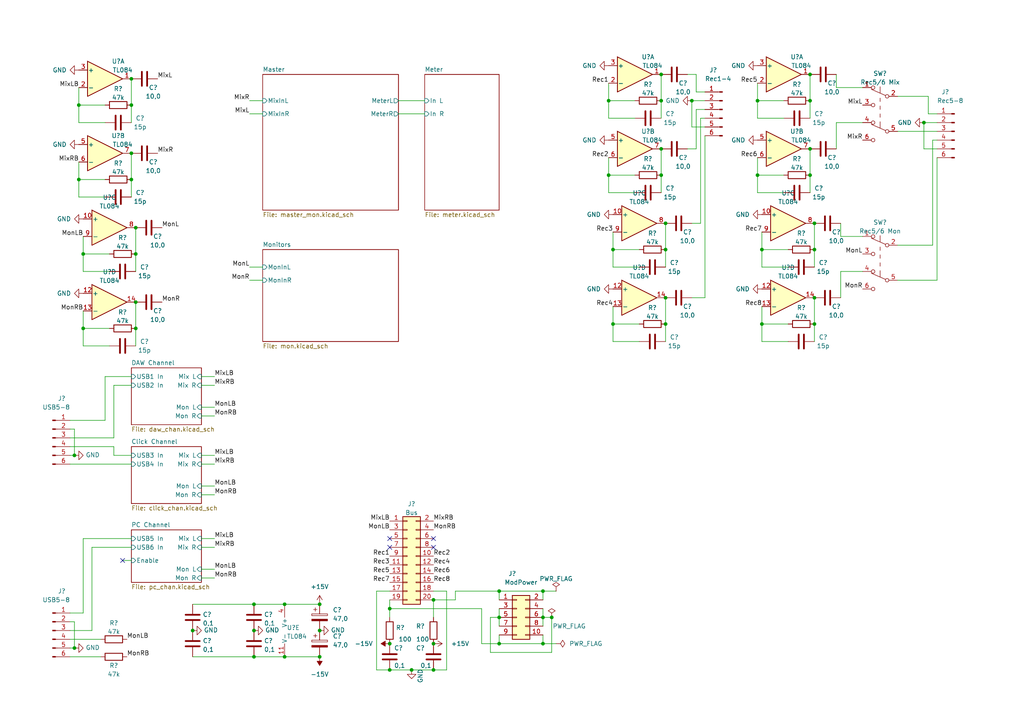
<source format=kicad_sch>
(kicad_sch (version 20211123) (generator eeschema)
  (paper "A4")
  (lib_symbols
    (symbol "Amplifier_Operational:TL084" (pin_names (offset 0.127))
      (property "Reference" "U" (at 0 5.08 0))
      (property "Value" "TL084" (at 0 -5.08 0))
      (symbol "TL084_1_1"
        (polyline (pts (xy -5.08 5.08) (xy 5.08 0) (xy -5.08 -5.08) (xy -5.08 5.08)) (stroke (width 0.254)) (fill (type background)))
        (pin output line (at 7.62 0 180) (length 2.54) (name "~") (number "1"))
        (pin input line (at -7.62 -2.54 0) (length 2.54) (name "-") (number "2"))
        (pin input line (at -7.62 2.54 0) (length 2.54) (name "+") (number "3"))
      )
      (symbol "TL084_2_1"
        (polyline (pts (xy -5.08 5.08) (xy 5.08 0) (xy -5.08 -5.08) (xy -5.08 5.08)) (stroke (width 0.254)) (fill (type background)))
        (pin input line (at -7.62 2.54 0) (length 2.54) (name "+") (number "5"))
        (pin input line (at -7.62 -2.54 0) (length 2.54) (name "-") (number "6"))
        (pin output line (at 7.62 0 180) (length 2.54) (name "~") (number "7"))
      )
      (symbol "TL084_3_1"
        (polyline (pts (xy -5.08 5.08) (xy 5.08 0) (xy -5.08 -5.08) (xy -5.08 5.08)) (stroke (width 0.254)) (fill (type background)))
        (pin input line (at -7.62 2.54 0) (length 2.54) (name "+") (number "10"))
        (pin output line (at 7.62 0 180) (length 2.54) (name "~") (number "8"))
        (pin input line (at -7.62 -2.54 0) (length 2.54) (name "-") (number "9"))
      )
      (symbol "TL084_4_1"
        (polyline (pts (xy -5.08 5.08) (xy 5.08 0) (xy -5.08 -5.08) (xy -5.08 5.08)) (stroke (width 0.254)) (fill (type background)))
        (pin input line (at -7.62 2.54 0) (length 2.54) (name "+") (number "12"))
        (pin input line (at -7.62 -2.54 0) (length 2.54) (name "-") (number "13"))
        (pin output line (at 7.62 0 180) (length 2.54) (name "~") (number "14"))
      )
      (symbol "TL084_5_1"
        (pin power_in line (at -2.54 -7.62 90) (length 3.81) (name "V-") (number "11"))
        (pin power_in line (at -2.54 7.62 270) (length 3.81) (name "V+") (number "4"))
      )
    )
    (symbol "Connector:Conn_01x06_Male" (pin_names (offset 1.016) hide)
      (property "Reference" "J" (at 0 7.62 0))
      (property "Value" "Conn_01x06_Male" (at 0 -10.16 0))
      (symbol "Conn_01x06_Male_1_1"
        (polyline (pts (xy 1.27 -7.62) (xy 0.8636 -7.62)) (stroke (width 0.1524)))
        (polyline (pts (xy 1.27 -5.08) (xy 0.8636 -5.08)) (stroke (width 0.1524)))
        (polyline (pts (xy 1.27 -2.54) (xy 0.8636 -2.54)) (stroke (width 0.1524)))
        (polyline (pts (xy 1.27 0) (xy 0.8636 0)) (stroke (width 0.1524)))
        (polyline (pts (xy 1.27 2.54) (xy 0.8636 2.54)) (stroke (width 0.1524)))
        (polyline (pts (xy 1.27 5.08) (xy 0.8636 5.08)) (stroke (width 0.1524)))
        (rectangle (start 0.8636 -7.493) (end 0 -7.747) (stroke (width 0.1524)) (fill (type outline)))
        (rectangle (start 0.8636 -4.953) (end 0 -5.207) (stroke (width 0.1524)) (fill (type outline)))
        (rectangle (start 0.8636 -2.413) (end 0 -2.667) (stroke (width 0.1524)) (fill (type outline)))
        (rectangle (start 0.8636 0.127) (end 0 -0.127) (stroke (width 0.1524)) (fill (type outline)))
        (rectangle (start 0.8636 2.667) (end 0 2.413) (stroke (width 0.1524)) (fill (type outline)))
        (rectangle (start 0.8636 5.207) (end 0 4.953) (stroke (width 0.1524)) (fill (type outline)))
        (pin passive line (at 5.08 5.08 180) (length 3.81) (name "Pin_1") (number "1"))
        (pin passive line (at 5.08 2.54 180) (length 3.81) (name "Pin_2") (number "2"))
        (pin passive line (at 5.08 0 180) (length 3.81) (name "Pin_3") (number "3"))
        (pin passive line (at 5.08 -2.54 180) (length 3.81) (name "Pin_4") (number "4"))
        (pin passive line (at 5.08 -5.08 180) (length 3.81) (name "Pin_5") (number "5"))
        (pin passive line (at 5.08 -7.62 180) (length 3.81) (name "Pin_6") (number "6"))
      )
    )
    (symbol "Connector_Generic:Conn_02x05_Odd_Even" (pin_names (offset 1.016) hide)
      (property "Reference" "J" (at 1.27 7.62 0))
      (property "Value" "Conn_02x05_Odd_Even" (at 1.27 -7.62 0))
      (symbol "Conn_02x05_Odd_Even_1_1"
        (rectangle (start -1.27 -4.953) (end 0 -5.207) (stroke (width 0.1524)))
        (rectangle (start -1.27 -2.413) (end 0 -2.667) (stroke (width 0.1524)))
        (rectangle (start -1.27 0.127) (end 0 -0.127) (stroke (width 0.1524)))
        (rectangle (start -1.27 2.667) (end 0 2.413) (stroke (width 0.1524)))
        (rectangle (start -1.27 5.207) (end 0 4.953) (stroke (width 0.1524)))
        (rectangle (start -1.27 6.35) (end 3.81 -6.35) (stroke (width 0.254)) (fill (type background)))
        (rectangle (start 3.81 -4.953) (end 2.54 -5.207) (stroke (width 0.1524)))
        (rectangle (start 3.81 -2.413) (end 2.54 -2.667) (stroke (width 0.1524)))
        (rectangle (start 3.81 0.127) (end 2.54 -0.127) (stroke (width 0.1524)))
        (rectangle (start 3.81 2.667) (end 2.54 2.413) (stroke (width 0.1524)))
        (rectangle (start 3.81 5.207) (end 2.54 4.953) (stroke (width 0.1524)))
        (pin passive line (at -5.08 5.08 0) (length 3.81) (name "Pin_1") (number "1"))
        (pin passive line (at 7.62 -5.08 180) (length 3.81) (name "Pin_10") (number "10"))
        (pin passive line (at 7.62 5.08 180) (length 3.81) (name "Pin_2") (number "2"))
        (pin passive line (at -5.08 2.54 0) (length 3.81) (name "Pin_3") (number "3"))
        (pin passive line (at 7.62 2.54 180) (length 3.81) (name "Pin_4") (number "4"))
        (pin passive line (at -5.08 0 0) (length 3.81) (name "Pin_5") (number "5"))
        (pin passive line (at 7.62 0 180) (length 3.81) (name "Pin_6") (number "6"))
        (pin passive line (at -5.08 -2.54 0) (length 3.81) (name "Pin_7") (number "7"))
        (pin passive line (at 7.62 -2.54 180) (length 3.81) (name "Pin_8") (number "8"))
        (pin passive line (at -5.08 -5.08 0) (length 3.81) (name "Pin_9") (number "9"))
      )
    )
    (symbol "Connector_Generic:Conn_02x10_Odd_Even" (pin_names (offset 1.016) hide)
      (property "Reference" "J" (at 1.27 12.7 0))
      (property "Value" "Conn_02x10_Odd_Even" (at 1.27 -15.24 0))
      (symbol "Conn_02x10_Odd_Even_1_1"
        (rectangle (start -1.27 -12.573) (end 0 -12.827) (stroke (width 0.1524)))
        (rectangle (start -1.27 -10.033) (end 0 -10.287) (stroke (width 0.1524)))
        (rectangle (start -1.27 -7.493) (end 0 -7.747) (stroke (width 0.1524)))
        (rectangle (start -1.27 -4.953) (end 0 -5.207) (stroke (width 0.1524)))
        (rectangle (start -1.27 -2.413) (end 0 -2.667) (stroke (width 0.1524)))
        (rectangle (start -1.27 0.127) (end 0 -0.127) (stroke (width 0.1524)))
        (rectangle (start -1.27 2.667) (end 0 2.413) (stroke (width 0.1524)))
        (rectangle (start -1.27 5.207) (end 0 4.953) (stroke (width 0.1524)))
        (rectangle (start -1.27 7.747) (end 0 7.493) (stroke (width 0.1524)))
        (rectangle (start -1.27 10.287) (end 0 10.033) (stroke (width 0.1524)))
        (rectangle (start -1.27 11.43) (end 3.81 -13.97) (stroke (width 0.254)) (fill (type background)))
        (rectangle (start 3.81 -12.573) (end 2.54 -12.827) (stroke (width 0.1524)))
        (rectangle (start 3.81 -10.033) (end 2.54 -10.287) (stroke (width 0.1524)))
        (rectangle (start 3.81 -7.493) (end 2.54 -7.747) (stroke (width 0.1524)))
        (rectangle (start 3.81 -4.953) (end 2.54 -5.207) (stroke (width 0.1524)))
        (rectangle (start 3.81 -2.413) (end 2.54 -2.667) (stroke (width 0.1524)))
        (rectangle (start 3.81 0.127) (end 2.54 -0.127) (stroke (width 0.1524)))
        (rectangle (start 3.81 2.667) (end 2.54 2.413) (stroke (width 0.1524)))
        (rectangle (start 3.81 5.207) (end 2.54 4.953) (stroke (width 0.1524)))
        (rectangle (start 3.81 7.747) (end 2.54 7.493) (stroke (width 0.1524)))
        (rectangle (start 3.81 10.287) (end 2.54 10.033) (stroke (width 0.1524)))
        (pin passive line (at -5.08 10.16 0) (length 3.81) (name "Pin_1") (number "1"))
        (pin passive line (at 7.62 0 180) (length 3.81) (name "Pin_10") (number "10"))
        (pin passive line (at -5.08 -2.54 0) (length 3.81) (name "Pin_11") (number "11"))
        (pin passive line (at 7.62 -2.54 180) (length 3.81) (name "Pin_12") (number "12"))
        (pin passive line (at -5.08 -5.08 0) (length 3.81) (name "Pin_13") (number "13"))
        (pin passive line (at 7.62 -5.08 180) (length 3.81) (name "Pin_14") (number "14"))
        (pin passive line (at -5.08 -7.62 0) (length 3.81) (name "Pin_15") (number "15"))
        (pin passive line (at 7.62 -7.62 180) (length 3.81) (name "Pin_16") (number "16"))
        (pin passive line (at -5.08 -10.16 0) (length 3.81) (name "Pin_17") (number "17"))
        (pin passive line (at 7.62 -10.16 180) (length 3.81) (name "Pin_18") (number "18"))
        (pin passive line (at -5.08 -12.7 0) (length 3.81) (name "Pin_19") (number "19"))
        (pin passive line (at 7.62 10.16 180) (length 3.81) (name "Pin_2") (number "2"))
        (pin passive line (at 7.62 -12.7 180) (length 3.81) (name "Pin_20") (number "20"))
        (pin passive line (at -5.08 7.62 0) (length 3.81) (name "Pin_3") (number "3"))
        (pin passive line (at 7.62 7.62 180) (length 3.81) (name "Pin_4") (number "4"))
        (pin passive line (at -5.08 5.08 0) (length 3.81) (name "Pin_5") (number "5"))
        (pin passive line (at 7.62 5.08 180) (length 3.81) (name "Pin_6") (number "6"))
        (pin passive line (at -5.08 2.54 0) (length 3.81) (name "Pin_7") (number "7"))
        (pin passive line (at 7.62 2.54 180) (length 3.81) (name "Pin_8") (number "8"))
        (pin passive line (at -5.08 0 0) (length 3.81) (name "Pin_9") (number "9"))
      )
    )
    (symbol "Device:C" (pin_numbers hide) (pin_names (offset 0.254))
      (property "Reference" "C" (at 0.635 2.54 0))
      (property "Value" "C" (at 0.635 -2.54 0))
      (symbol "C_0_1"
        (polyline (pts (xy -2.032 -0.762) (xy 2.032 -0.762)) (stroke (width 0.508)))
        (polyline (pts (xy -2.032 0.762) (xy 2.032 0.762)) (stroke (width 0.508)))
      )
      (symbol "C_1_1"
        (pin passive line (at 0 3.81 270) (length 2.794) (name "~") (number "1"))
        (pin passive line (at 0 -3.81 90) (length 2.794) (name "~") (number "2"))
      )
    )
    (symbol "Device:C_Polarized" (pin_numbers hide) (pin_names (offset 0.254))
      (property "Reference" "C" (at 0.635 2.54 0))
      (property "Value" "C_Polarized" (at 0.635 -2.54 0))
      (symbol "C_Polarized_0_1"
        (rectangle (start -2.286 0.508) (end 2.286 1.016))
        (polyline (pts (xy -1.778 2.286) (xy -0.762 2.286)))
        (polyline (pts (xy -1.27 2.794) (xy -1.27 1.778)))
        (rectangle (start 2.286 -0.508) (end -2.286 -1.016) (fill (type outline)))
      )
      (symbol "C_Polarized_1_1"
        (pin passive line (at 0 3.81 270) (length 2.794) (name "~") (number "1"))
        (pin passive line (at 0 -3.81 90) (length 2.794) (name "~") (number "2"))
      )
    )
    (symbol "Device:R" (pin_numbers hide) (pin_names (offset 0))
      (property "Reference" "R" (at 2.032 0 90))
      (property "Value" "R" (at 0 0 90))
      (symbol "R_0_1"
        (rectangle (start -1.016 -2.54) (end 1.016 2.54) (stroke (width 0.254)))
      )
      (symbol "R_1_1"
        (pin passive line (at 0 3.81 270) (length 1.27) (name "~") (number "1"))
        (pin passive line (at 0 -3.81 90) (length 1.27) (name "~") (number "2"))
      )
    )
    (symbol "Switch:SW_Push_DPDT" (pin_names (offset 0) hide)
      (property "Reference" "SW" (at 0 8.89 0))
      (property "Value" "SW_Push_DPDT" (at 0 -10.16 0))
      (symbol "SW_Push_DPDT_0_0"
        (circle (center -2.032 -5.08) (radius 0.508))
        (circle (center -2.032 5.08) (radius 0.508))
        (circle (center 2.032 -7.62) (radius 0.508))
        (circle (center 2.032 2.54) (radius 0.508))
      )
      (symbol "SW_Push_DPDT_0_1"
        (polyline (pts (xy -1.524 -4.826) (xy 2.54 -3.048)))
        (polyline (pts (xy -1.524 5.334) (xy 2.54 7.112)))
        (polyline (pts (xy 0 -2.286) (xy 0 -4.064)))
        (polyline (pts (xy 0 -1.016) (xy 0 0)))
        (polyline (pts (xy 0 1.27) (xy 0 2.286)))
        (polyline (pts (xy 0 3.556) (xy 0 4.572)))
        (polyline (pts (xy 0 7.874) (xy 0 6.096)))
        (circle (center 2.032 -2.54) (radius 0.508))
        (circle (center 2.032 7.62) (radius 0.508))
      )
      (symbol "SW_Push_DPDT_1_1"
        (pin passive line (at 5.08 7.62 180) (length 2.54) (name "A") (number "1"))
        (pin passive line (at -5.08 5.08 0) (length 2.54) (name "B") (number "2"))
        (pin passive line (at 5.08 2.54 180) (length 2.54) (name "C") (number "3"))
        (pin passive line (at 5.08 -2.54 180) (length 2.54) (name "A") (number "4"))
        (pin passive line (at -5.08 -5.08 0) (length 2.54) (name "B") (number "5"))
        (pin passive line (at 5.08 -7.62 180) (length 2.54) (name "C") (number "6"))
      )
    )
    (symbol "power:+15V" (power) (pin_names (offset 0))
      (property "Value" "+15V" (at 0 3.556 0))
      (symbol "+15V_0_1"
        (polyline (pts (xy -0.762 1.27) (xy 0 2.54)))
        (polyline (pts (xy 0 0) (xy 0 2.54)))
        (polyline (pts (xy 0 2.54) (xy 0.762 1.27)))
      )
      (symbol "+15V_1_1"
        (pin power_in line (at 0 0 90) (length 0) hide (name "+15V") (number "1"))
      )
    )
    (symbol "power:-15V" (power) (pin_names (offset 0))
      (property "Value" "-15V" (at 0 3.81 0))
      (symbol "-15V_0_0"
        (pin power_in line (at 0 0 90) (length 0) hide (name "-15V") (number "1"))
      )
      (symbol "-15V_0_1"
        (polyline (pts (xy 0 0) (xy 0 1.27) (xy 0.762 1.27) (xy 0 2.54) (xy -0.762 1.27) (xy 0 1.27)) (fill (type outline)))
      )
    )
    (symbol "power:GND" (power) (pin_names (offset 0))
      (property "Value" "GND" (at 0 -3.81 0))
      (symbol "GND_0_1"
        (polyline (pts (xy 0 0) (xy 0 -1.27) (xy 1.27 -1.27) (xy 0 -2.54) (xy -1.27 -1.27) (xy 0 -1.27)))
      )
      (symbol "GND_1_1"
        (pin power_in line (at 0 0 270) (length 0) hide (name "GND") (number "1"))
      )
    )
    (symbol "power:PWR_FLAG" (power) (pin_numbers hide) (pin_names (offset 0) hide)
      (property "Value" "PWR_FLAG" (at 0 3.81 0))
      (symbol "PWR_FLAG_0_0"
        (pin power_out line (at 0 0 90) (length 0) (name "pwr") (number "1"))
      )
      (symbol "PWR_FLAG_0_1"
        (polyline (pts (xy 0 0) (xy 0 1.27) (xy -1.016 1.905) (xy 0 2.54) (xy 1.016 1.905) (xy 0 1.27)))
      )
    )
  )
  (junction (at 113.03 186.69))
  (junction (at 125.73 186.69))
  (junction (at 38.1 30.48))
  (junction (at 73.66 182.88))
  (junction (at 219.71 29.21))
  (junction (at 193.04 64.77))
  (junction (at 177.8 93.98))
  (junction (at 21.59 132.08))
  (junction (at 176.53 29.21))
  (junction (at 125.73 173.99))
  (junction (at 236.22 64.77))
  (junction (at 177.8 72.39))
  (junction (at 191.77 29.21))
  (junction (at 38.1 52.07))
  (junction (at 22.86 30.48))
  (junction (at 236.22 86.36))
  (junction (at 39.37 66.04))
  (junction (at 92.71 182.88))
  (junction (at 113.03 194.31))
  (junction (at 220.98 93.98))
  (junction (at 193.04 72.39))
  (junction (at 92.71 175.26))
  (junction (at 39.37 73.66))
  (junction (at 39.37 87.63))
  (junction (at 236.22 72.39))
  (junction (at 82.55 190.5))
  (junction (at 119.38 194.31))
  (junction (at 125.73 194.31))
  (junction (at 200.66 29.21))
  (junction (at 157.48 171.45))
  (junction (at 157.48 186.69))
  (junction (at 92.71 190.5))
  (junction (at 157.48 179.07))
  (junction (at 160.02 179.07))
  (junction (at 191.77 21.59))
  (junction (at 236.22 93.98))
  (junction (at 55.88 182.88))
  (junction (at 193.04 86.36))
  (junction (at 191.77 50.8))
  (junction (at 220.98 72.39))
  (junction (at 144.78 171.45))
  (junction (at 24.13 73.66))
  (junction (at 24.13 95.25))
  (junction (at 191.77 43.18))
  (junction (at 73.66 175.26))
  (junction (at 38.1 22.86))
  (junction (at 21.59 187.96))
  (junction (at 39.37 95.25))
  (junction (at 144.78 186.69))
  (junction (at 193.04 93.98))
  (junction (at 234.95 50.8))
  (junction (at 219.71 50.8))
  (junction (at 176.53 50.8))
  (junction (at 144.78 179.07))
  (junction (at 38.1 44.45))
  (junction (at 234.95 29.21))
  (junction (at 234.95 43.18))
  (junction (at 234.95 21.59))
  (junction (at 73.66 190.5))
  (junction (at 267.97 35.56))
  (junction (at 113.03 176.53))
  (junction (at 22.86 52.07))
  (junction (at 82.55 175.26))
  (no_connect (at 125.73 158.75))
  (no_connect (at 113.03 156.21))
  (no_connect (at 35.56 162.56))
  (no_connect (at 113.03 158.75))
  (no_connect (at 125.73 156.21))
  (wire (pts (xy 20.32 127) (xy 33.02 127)))
  (wire (pts (xy 193.04 86.36) (xy 193.04 93.98)))
  (wire (pts (xy 234.95 43.18) (xy 234.95 50.8)))
  (wire (pts (xy 228.6 72.39) (xy 220.98 72.39)))
  (wire (pts (xy 144.78 176.53) (xy 144.78 179.07)))
  (wire (pts (xy 271.78 43.18) (xy 267.97 43.18)))
  (wire (pts (xy 31.75 73.66) (xy 24.13 73.66)))
  (wire (pts (xy 30.48 30.48) (xy 22.86 30.48)))
  (wire (pts (xy 236.22 93.98) (xy 236.22 99.06)))
  (wire (pts (xy 220.98 77.47) (xy 220.98 72.39)))
  (wire (pts (xy 242.57 25.4) (xy 242.57 21.59)))
  (wire (pts (xy 193.04 64.77) (xy 193.04 72.39)))
  (wire (pts (xy 20.32 129.54) (xy 33.02 129.54)))
  (wire (pts (xy 185.42 72.39) (xy 177.8 72.39)))
  (wire (pts (xy 139.7 176.53) (xy 113.03 176.53)))
  (wire (pts (xy 24.13 100.33) (xy 24.13 95.25)))
  (wire (pts (xy 228.6 93.98) (xy 220.98 93.98)))
  (wire (pts (xy 157.48 184.15) (xy 157.48 186.69)))
  (wire (pts (xy 115.57 33.02) (xy 123.19 33.02)))
  (wire (pts (xy 219.71 50.8) (xy 219.71 45.72)))
  (wire (pts (xy 109.22 194.31) (xy 113.03 194.31)))
  (wire (pts (xy 243.84 68.58) (xy 243.84 64.77)))
  (wire (pts (xy 24.13 156.21) (xy 38.1 156.21)))
  (wire (pts (xy 30.48 57.15) (xy 22.86 57.15)))
  (wire (pts (xy 33.02 129.54) (xy 33.02 132.08)))
  (wire (pts (xy 72.39 29.21) (xy 76.2 29.21)))
  (wire (pts (xy 250.19 35.56) (xy 242.57 35.56)))
  (wire (pts (xy 185.42 93.98) (xy 177.8 93.98)))
  (wire (pts (xy 204.47 86.36) (xy 204.47 39.37)))
  (wire (pts (xy 191.77 21.59) (xy 191.77 29.21)))
  (wire (pts (xy 160.02 179.07) (xy 160.02 189.23)))
  (wire (pts (xy 22.86 35.56) (xy 22.86 30.48)))
  (wire (pts (xy 260.35 81.28) (xy 271.78 81.28)))
  (wire (pts (xy 20.32 177.8) (xy 24.13 177.8)))
  (wire (pts (xy 177.8 72.39) (xy 177.8 67.31)))
  (wire (pts (xy 184.15 50.8) (xy 176.53 50.8)))
  (wire (pts (xy 160.02 189.23) (xy 142.24 189.23)))
  (wire (pts (xy 30.48 121.92) (xy 30.48 109.22)))
  (wire (pts (xy 176.53 55.88) (xy 176.53 50.8)))
  (wire (pts (xy 26.67 182.88) (xy 26.67 158.75)))
  (wire (pts (xy 220.98 99.06) (xy 220.98 93.98)))
  (wire (pts (xy 176.53 50.8) (xy 176.53 45.72)))
  (wire (pts (xy 38.1 44.45) (xy 38.1 52.07)))
  (wire (pts (xy 139.7 186.69) (xy 139.7 176.53)))
  (wire (pts (xy 20.32 134.62) (xy 38.1 134.62)))
  (wire (pts (xy 113.03 194.31) (xy 119.38 194.31)))
  (wire (pts (xy 203.2 64.77) (xy 203.2 34.29)))
  (wire (pts (xy 58.42 118.11) (xy 62.23 118.11)))
  (wire (pts (xy 20.32 185.42) (xy 29.21 185.42)))
  (wire (pts (xy 260.35 38.1) (xy 271.78 38.1)))
  (wire (pts (xy 191.77 29.21) (xy 191.77 34.29)))
  (wire (pts (xy 144.78 186.69) (xy 144.78 184.15)))
  (wire (pts (xy 30.48 35.56) (xy 22.86 35.56)))
  (wire (pts (xy 24.13 78.74) (xy 24.13 73.66)))
  (wire (pts (xy 113.03 173.99) (xy 113.03 176.53)))
  (wire (pts (xy 35.56 162.56) (xy 38.1 162.56)))
  (wire (pts (xy 176.53 29.21) (xy 176.53 24.13)))
  (wire (pts (xy 191.77 43.18) (xy 191.77 50.8)))
  (wire (pts (xy 201.93 26.67) (xy 201.93 21.59)))
  (wire (pts (xy 200.66 29.21) (xy 204.47 29.21)))
  (wire (pts (xy 185.42 77.47) (xy 177.8 77.47)))
  (wire (pts (xy 58.42 165.1) (xy 62.23 165.1)))
  (wire (pts (xy 227.33 50.8) (xy 219.71 50.8)))
  (wire (pts (xy 184.15 55.88) (xy 176.53 55.88)))
  (wire (pts (xy 55.88 190.5) (xy 73.66 190.5)))
  (wire (pts (xy 204.47 26.67) (xy 201.93 26.67)))
  (wire (pts (xy 31.75 95.25) (xy 24.13 95.25)))
  (wire (pts (xy 58.42 109.22) (xy 62.23 109.22)))
  (wire (pts (xy 109.22 171.45) (xy 109.22 194.31)))
  (wire (pts (xy 39.37 87.63) (xy 39.37 95.25)))
  (wire (pts (xy 125.73 173.99) (xy 125.73 179.07)))
  (wire (pts (xy 200.66 64.77) (xy 203.2 64.77)))
  (wire (pts (xy 144.78 179.07) (xy 144.78 181.61)))
  (wire (pts (xy 199.39 43.18) (xy 201.93 43.18)))
  (wire (pts (xy 129.54 194.31) (xy 125.73 194.31)))
  (wire (pts (xy 236.22 64.77) (xy 236.22 72.39)))
  (wire (pts (xy 31.75 100.33) (xy 24.13 100.33)))
  (wire (pts (xy 132.08 171.45) (xy 132.08 173.99)))
  (wire (pts (xy 176.53 34.29) (xy 176.53 29.21)))
  (wire (pts (xy 193.04 72.39) (xy 193.04 77.47)))
  (wire (pts (xy 72.39 77.47) (xy 76.2 77.47)))
  (wire (pts (xy 115.57 29.21) (xy 123.19 29.21)))
  (wire (pts (xy 219.71 29.21) (xy 219.71 24.13)))
  (wire (pts (xy 157.48 186.69) (xy 161.29 186.69)))
  (wire (pts (xy 82.55 190.5) (xy 92.71 190.5)))
  (wire (pts (xy 38.1 22.86) (xy 38.1 30.48)))
  (wire (pts (xy 58.42 140.97) (xy 62.23 140.97)))
  (wire (pts (xy 200.66 86.36) (xy 204.47 86.36)))
  (wire (pts (xy 119.38 194.31) (xy 125.73 194.31)))
  (wire (pts (xy 58.42 132.08) (xy 62.23 132.08)))
  (wire (pts (xy 267.97 35.56) (xy 271.78 35.56)))
  (wire (pts (xy 33.02 132.08) (xy 38.1 132.08)))
  (wire (pts (xy 72.39 81.28) (xy 76.2 81.28)))
  (wire (pts (xy 129.54 171.45) (xy 129.54 194.31)))
  (wire (pts (xy 157.48 176.53) (xy 157.48 179.07)))
  (wire (pts (xy 20.32 182.88) (xy 26.67 182.88)))
  (wire (pts (xy 234.95 50.8) (xy 234.95 55.88)))
  (wire (pts (xy 144.78 171.45) (xy 157.48 171.45)))
  (wire (pts (xy 260.35 27.94) (xy 269.24 27.94)))
  (wire (pts (xy 58.42 111.76) (xy 62.23 111.76)))
  (wire (pts (xy 250.19 68.58) (xy 243.84 68.58)))
  (wire (pts (xy 38.1 30.48) (xy 38.1 35.56)))
  (wire (pts (xy 22.86 57.15) (xy 22.86 52.07)))
  (wire (pts (xy 144.78 173.99) (xy 144.78 171.45)))
  (wire (pts (xy 113.03 171.45) (xy 109.22 171.45)))
  (wire (pts (xy 157.48 179.07) (xy 157.48 181.61)))
  (wire (pts (xy 220.98 93.98) (xy 220.98 88.9)))
  (wire (pts (xy 82.55 175.26) (xy 92.71 175.26)))
  (wire (pts (xy 33.02 111.76) (xy 38.1 111.76)))
  (wire (pts (xy 201.93 31.75) (xy 204.47 31.75)))
  (wire (pts (xy 227.33 55.88) (xy 219.71 55.88)))
  (wire (pts (xy 234.95 29.21) (xy 234.95 34.29)))
  (wire (pts (xy 228.6 99.06) (xy 220.98 99.06)))
  (wire (pts (xy 200.66 36.83) (xy 200.66 29.21)))
  (wire (pts (xy 30.48 109.22) (xy 38.1 109.22)))
  (wire (pts (xy 20.32 121.92) (xy 30.48 121.92)))
  (wire (pts (xy 250.19 25.4) (xy 242.57 25.4)))
  (wire (pts (xy 21.59 187.96) (xy 21.59 180.34)))
  (wire (pts (xy 219.71 34.29) (xy 219.71 29.21)))
  (wire (pts (xy 142.24 179.07) (xy 144.78 179.07)))
  (wire (pts (xy 22.86 30.48) (xy 22.86 25.4)))
  (wire (pts (xy 24.13 95.25) (xy 24.13 90.17)))
  (wire (pts (xy 21.59 180.34) (xy 20.32 180.34)))
  (wire (pts (xy 204.47 36.83) (xy 200.66 36.83)))
  (wire (pts (xy 243.84 78.74) (xy 243.84 86.36)))
  (wire (pts (xy 142.24 189.23) (xy 142.24 179.07)))
  (wire (pts (xy 39.37 73.66) (xy 39.37 78.74)))
  (wire (pts (xy 177.8 77.47) (xy 177.8 72.39)))
  (wire (pts (xy 157.48 186.69) (xy 144.78 186.69)))
  (wire (pts (xy 58.42 167.64) (xy 62.23 167.64)))
  (wire (pts (xy 191.77 50.8) (xy 191.77 55.88)))
  (wire (pts (xy 177.8 93.98) (xy 177.8 88.9)))
  (wire (pts (xy 33.02 127) (xy 33.02 111.76)))
  (wire (pts (xy 73.66 190.5) (xy 82.55 190.5)))
  (wire (pts (xy 269.24 33.02) (xy 269.24 27.94)))
  (wire (pts (xy 177.8 99.06) (xy 177.8 93.98)))
  (wire (pts (xy 58.42 134.62) (xy 62.23 134.62)))
  (wire (pts (xy 21.59 132.08) (xy 21.59 124.46)))
  (wire (pts (xy 271.78 33.02) (xy 269.24 33.02)))
  (wire (pts (xy 125.73 171.45) (xy 129.54 171.45)))
  (wire (pts (xy 58.42 158.75) (xy 62.23 158.75)))
  (wire (pts (xy 267.97 43.18) (xy 267.97 35.56)))
  (wire (pts (xy 21.59 124.46) (xy 20.32 124.46)))
  (wire (pts (xy 38.1 52.07) (xy 38.1 57.15)))
  (wire (pts (xy 185.42 99.06) (xy 177.8 99.06)))
  (wire (pts (xy 228.6 77.47) (xy 220.98 77.47)))
  (wire (pts (xy 201.93 21.59) (xy 199.39 21.59)))
  (wire (pts (xy 144.78 186.69) (xy 139.7 186.69)))
  (wire (pts (xy 201.93 43.18) (xy 201.93 31.75)))
  (wire (pts (xy 24.13 73.66) (xy 24.13 68.58)))
  (wire (pts (xy 157.48 171.45) (xy 161.29 171.45)))
  (wire (pts (xy 219.71 55.88) (xy 219.71 50.8)))
  (wire (pts (xy 58.42 156.21) (xy 62.23 156.21)))
  (wire (pts (xy 20.32 132.08) (xy 21.59 132.08)))
  (wire (pts (xy 72.39 33.02) (xy 76.2 33.02)))
  (wire (pts (xy 132.08 173.99) (xy 125.73 173.99)))
  (wire (pts (xy 184.15 29.21) (xy 176.53 29.21)))
  (wire (pts (xy 227.33 29.21) (xy 219.71 29.21)))
  (wire (pts (xy 193.04 93.98) (xy 193.04 99.06)))
  (wire (pts (xy 20.32 190.5) (xy 29.21 190.5)))
  (wire (pts (xy 236.22 86.36) (xy 236.22 93.98)))
  (wire (pts (xy 58.42 120.65) (xy 62.23 120.65)))
  (wire (pts (xy 184.15 34.29) (xy 176.53 34.29)))
  (wire (pts (xy 26.67 158.75) (xy 38.1 158.75)))
  (wire (pts (xy 270.51 71.12) (xy 270.51 40.64)))
  (wire (pts (xy 260.35 71.12) (xy 270.51 71.12)))
  (wire (pts (xy 55.88 175.26) (xy 73.66 175.26)))
  (wire (pts (xy 20.32 187.96) (xy 21.59 187.96)))
  (wire (pts (xy 220.98 72.39) (xy 220.98 67.31)))
  (wire (pts (xy 227.33 34.29) (xy 219.71 34.29)))
  (wire (pts (xy 39.37 95.25) (xy 39.37 100.33)))
  (wire (pts (xy 132.08 171.45) (xy 144.78 171.45)))
  (wire (pts (xy 73.66 175.26) (xy 82.55 175.26)))
  (wire (pts (xy 58.42 143.51) (xy 62.23 143.51)))
  (wire (pts (xy 270.51 40.64) (xy 271.78 40.64)))
  (wire (pts (xy 113.03 176.53) (xy 113.03 179.07)))
  (wire (pts (xy 22.86 52.07) (xy 22.86 46.99)))
  (wire (pts (xy 30.48 52.07) (xy 22.86 52.07)))
  (wire (pts (xy 39.37 66.04) (xy 39.37 73.66)))
  (wire (pts (xy 242.57 35.56) (xy 242.57 43.18)))
  (wire (pts (xy 24.13 177.8) (xy 24.13 156.21)))
  (wire (pts (xy 157.48 171.45) (xy 157.48 173.99)))
  (wire (pts (xy 203.2 34.29) (xy 204.47 34.29)))
  (wire (pts (xy 250.19 78.74) (xy 243.84 78.74)))
  (wire (pts (xy 234.95 21.59) (xy 234.95 29.21)))
  (wire (pts (xy 271.78 81.28) (xy 271.78 45.72)))
  (wire (pts (xy 31.75 78.74) (xy 24.13 78.74)))
  (wire (pts (xy 157.48 179.07) (xy 160.02 179.07)))
  (wire (pts (xy 236.22 72.39) (xy 236.22 77.47)))
  (label "Rec1" (at 113.03 161.29 180))
  (label "Rec4" (at 177.8 88.9 180))
  (label "Rec6" (at 219.71 45.72 180))
  (label "MixLB" (at 62.23 156.21 0))
  (label "MonR" (at 72.39 81.28 180))
  (label "MonL" (at 46.99 66.04 0))
  (label "MixRB" (at 62.23 158.75 0))
  (label "MixL" (at 45.72 22.86 0))
  (label "MonR" (at 250.19 83.82 180))
  (label "MonLB" (at 36.83 185.42 0))
  (label "MonLB" (at 62.23 140.97 0))
  (label "MixR" (at 250.19 40.64 180))
  (label "MonL" (at 250.19 73.66 180))
  (label "Rec8" (at 220.98 88.9 180))
  (label "MonRB" (at 62.23 167.64 0))
  (label "MixRB" (at 22.86 46.99 180))
  (label "MixLB" (at 113.03 151.13 180))
  (label "Rec4" (at 125.73 163.83 0))
  (label "Rec7" (at 220.98 67.31 180))
  (label "Rec7" (at 113.03 168.91 180))
  (label "MixL" (at 72.39 33.02 180))
  (label "Rec8" (at 125.73 168.91 0))
  (label "MixLB" (at 62.23 109.22 0))
  (label "MonLB" (at 113.03 153.67 180))
  (label "Rec3" (at 177.8 67.31 180))
  (label "MixLB" (at 62.23 132.08 0))
  (label "MonRB" (at 62.23 120.65 0))
  (label "MonLB" (at 62.23 165.1 0))
  (label "MixLB" (at 22.86 25.4 180))
  (label "MonRB" (at 36.83 190.5 0))
  (label "Rec3" (at 113.03 163.83 180))
  (label "MonRB" (at 125.73 153.67 0))
  (label "MonL" (at 72.39 77.47 180))
  (label "MixRB" (at 125.73 151.13 0))
  (label "Rec2" (at 125.73 161.29 0))
  (label "MixR" (at 72.39 29.21 180))
  (label "Rec1" (at 176.53 24.13 180))
  (label "MixRB" (at 62.23 134.62 0))
  (label "MonLB" (at 24.13 68.58 180))
  (label "MixR" (at 45.72 44.45 0))
  (label "MonLB" (at 62.23 118.11 0))
  (label "Rec5" (at 113.03 166.37 180))
  (label "Rec2" (at 176.53 45.72 180))
  (label "MonR" (at 46.99 87.63 0))
  (label "MixRB" (at 62.23 111.76 0))
  (label "Rec6" (at 125.73 166.37 0))
  (label "MixL" (at 250.19 30.48 180))
  (label "MonRB" (at 24.13 90.17 180))
  (label "MonRB" (at 62.23 143.51 0))
  (label "Rec5" (at 219.71 24.13 180))
  (symbol (lib_id "Amplifier_Operational:TL084") (at 227.33 21.59 0) (unit 1)
    (property "Reference" "U?" (at 231.14 16.51 0))
    (property "Value" "TL084" (at 232.41 19.05 0))
    (property "Datasheet" "http://www.ti.com/lit/ds/symlink/tl081.pdf" (effects hide))
  )
  (symbol (lib_id "Device:R") (at 231.14 29.21 90) (unit 1)
    (property "Reference" "R?" (at 231.14 24.4942 90))
    (property "Value" "47k" (at 231.14 27.0311 90))
    (property "Footprint" "Resistor_SMD:R_1206_3216Metric_Pad1.30x1.75mm_HandSolder" (effects hide))
  )
  (symbol (lib_id "power:GND") (at 176.53 19.05 270) (unit 1)
    (property "Reference" "#PWR?" (effects hide))
    (property "Value" "GND" (at 168.91 19.05 90) (effects (justify left)))
  )
  (symbol (lib_id "Device:C") (at 195.58 21.59 90) (unit 1)
    (property "Reference" "C?" (at 198.12 24.13 90))
    (property "Value" "10,0" (at 198.12 26.67 90))
    (property "Footprint" "Capacitor_SMD:C_1206_3216Metric_Pad1.33x1.80mm_HandSolder" (effects hide))
  )
  (symbol (lib_id "Device:R") (at 34.29 30.48 90) (unit 1)
    (property "Reference" "R?" (at 34.29 25.7642 90))
    (property "Value" "47k" (at 34.29 28.3011 90))
    (property "Footprint" "Resistor_SMD:R_1206_3216Metric_Pad1.30x1.75mm_HandSolder" (effects hide))
  )
  (symbol (lib_id "power:GND") (at 219.71 40.64 270) (unit 1)
    (property "Reference" "#PWR?" (effects hide))
    (property "Value" "GND" (at 212.09 40.64 90) (effects (justify left)))
  )
  (symbol (lib_id "Device:C") (at 187.96 34.29 90) (unit 1)
    (property "Reference" "C?" (at 194.31 33.02 90))
    (property "Value" "15p" (at 194.31 35.56 90))
    (property "Footprint" "Capacitor_THT:C_Disc_D5.0mm_W2.5mm_P2.50mm" (effects hide))
  )
  (symbol (lib_id "Amplifier_Operational:TL084") (at 185.42 64.77 0) (unit 3)
    (property "Reference" "U?" (at 185.42 55.9902 0))
    (property "Value" "TL084" (at 185.42 58.5271 0))
    (property "Datasheet" "http://www.ti.com/lit/ds/symlink/tl081.pdf" (effects hide))
  )
  (symbol (lib_id "power:PWR_FLAG") (at 161.29 171.45 0) (unit 1)
    (property "Reference" "#FLG?" (effects hide))
    (property "Value" "PWR_FLAG" (at 161.29 167.8742 0))
  )
  (symbol (lib_id "Device:C") (at 232.41 99.06 90) (unit 1)
    (property "Reference" "C?" (at 238.76 97.79 90))
    (property "Value" "15p" (at 238.76 100.33 90))
    (property "Footprint" "Capacitor_THT:C_Disc_D5.0mm_W2.5mm_P2.50mm" (effects hide))
  )
  (symbol (lib_id "Amplifier_Operational:TL084") (at 228.6 64.77 0) (unit 3)
    (property "Reference" "U?" (at 228.6 55.9902 0))
    (property "Value" "TL084" (at 228.6 58.5271 0))
    (property "Datasheet" "http://www.ti.com/lit/ds/symlink/tl081.pdf" (effects hide))
  )
  (symbol (lib_id "Device:R") (at 231.14 50.8 90) (unit 1)
    (property "Reference" "R?" (at 231.14 46.0842 90))
    (property "Value" "47k" (at 231.14 48.6211 90))
    (property "Footprint" "Resistor_SMD:R_1206_3216Metric_Pad1.30x1.75mm_HandSolder" (effects hide))
  )
  (symbol (lib_id "Device:R") (at 35.56 95.25 90) (unit 1)
    (property "Reference" "R?" (at 35.56 90.5342 90))
    (property "Value" "47k" (at 35.56 93.0711 90))
    (property "Footprint" "Resistor_SMD:R_1206_3216Metric_Pad1.30x1.75mm_HandSolder" (effects hide))
  )
  (symbol (lib_id "Connector:Conn_01x06_Male") (at 209.55 31.75 0) (mirror y) (unit 1)
    (property "Reference" "J?" (at 205.74 20.32 0) (effects (justify right)))
    (property "Value" "Rec1-4" (at 204.47 22.86 0) (effects (justify right)))
  )
  (symbol (lib_id "Device:C") (at 232.41 77.47 90) (unit 1)
    (property "Reference" "C?" (at 238.76 76.2 90))
    (property "Value" "15p" (at 238.76 78.74 90))
    (property "Footprint" "Capacitor_THT:C_Disc_D5.0mm_W2.5mm_P2.50mm" (effects hide))
  )
  (symbol (lib_id "Amplifier_Operational:TL084") (at 31.75 66.04 0) (unit 3)
    (property "Reference" "U?" (at 31.75 57.2602 0))
    (property "Value" "TL084" (at 31.75 59.7971 0))
    (property "Datasheet" "http://www.ti.com/lit/ds/symlink/tl081.pdf" (effects hide))
  )
  (symbol (lib_id "power:PWR_FLAG") (at 160.02 179.07 0) (unit 1)
    (property "Reference" "#FLG?" (effects hide))
    (property "Value" "PWR_FLAG" (at 165.1 181.61 0))
  )
  (symbol (lib_id "Device:R") (at 187.96 29.21 90) (unit 1)
    (property "Reference" "R?" (at 187.96 24.4942 90))
    (property "Value" "47k" (at 187.96 27.0311 90))
    (property "Footprint" "Resistor_SMD:R_1206_3216Metric_Pad1.30x1.75mm_HandSolder" (effects hide))
  )
  (symbol (lib_id "Amplifier_Operational:TL084") (at 85.09 182.88 0) (unit 5)
    (property "Reference" "U?" (at 83.185 182.0453 0) (effects (justify left)))
    (property "Value" "TL084" (at 83.185 184.5822 0) (effects (justify left)))
    (property "Datasheet" "http://www.ti.com/lit/ds/symlink/tl081.pdf" (effects hide))
  )
  (symbol (lib_id "Amplifier_Operational:TL084") (at 184.15 43.18 0) (unit 2)
    (property "Reference" "U?" (at 187.96 38.1 0))
    (property "Value" "TL084" (at 189.23 40.64 0))
    (property "Datasheet" "http://www.ti.com/lit/ds/symlink/tl081.pdf" (effects hide))
  )
  (symbol (lib_id "Connector_Generic:Conn_02x10_Odd_Even") (at 118.11 161.29 0) (unit 1)
    (property "Reference" "J?" (at 119.38 146.1602 0))
    (property "Value" "Bus" (at 119.38 148.6971 0))
  )
  (symbol (lib_id "Device:R") (at 33.02 185.42 90) (unit 1)
    (property "Reference" "R?" (at 33.02 180.7042 90))
    (property "Value" "47k" (at 33.02 183.2411 90))
    (property "Footprint" "Resistor_SMD:R_1206_3216Metric_Pad1.30x1.75mm_HandSolder" (effects hide))
  )
  (symbol (lib_id "power:-15V") (at 113.03 186.69 90) (unit 1)
    (property "Reference" "#PWR?" (effects hide))
    (property "Value" "-15V" (at 102.87 186.69 90) (effects (justify right)))
  )
  (symbol (lib_id "power:GND") (at 22.86 20.32 270) (unit 1)
    (property "Reference" "#PWR?" (effects hide))
    (property "Value" "GND" (at 15.24 20.32 90) (effects (justify left)))
  )
  (symbol (lib_id "Device:C") (at 125.73 190.5 180) (unit 1)
    (property "Reference" "C?" (at 120.65 187.96 0) (effects (justify right)))
    (property "Value" "0,1" (at 121.92 193.04 0) (effects (justify right)))
    (property "Footprint" "Capacitor_SMD:C_1206_3216Metric_Pad1.33x1.80mm_HandSolder" (effects hide))
  )
  (symbol (lib_id "Device:C") (at 240.03 86.36 90) (unit 1)
    (property "Reference" "C?" (at 242.57 88.9 90))
    (property "Value" "10,0" (at 242.57 91.44 90))
    (property "Footprint" "Capacitor_SMD:C_1206_3216Metric_Pad1.33x1.80mm_HandSolder" (effects hide))
  )
  (symbol (lib_id "Device:R") (at 232.41 93.98 90) (unit 1)
    (property "Reference" "R?" (at 232.41 89.2642 90))
    (property "Value" "47k" (at 232.41 91.8011 90))
    (property "Footprint" "Resistor_SMD:R_1206_3216Metric_Pad1.30x1.75mm_HandSolder" (effects hide))
  )
  (symbol (lib_id "Device:R") (at 34.29 52.07 90) (unit 1)
    (property "Reference" "R?" (at 34.29 47.3542 90))
    (property "Value" "47k" (at 34.29 49.8911 90))
    (property "Footprint" "Resistor_SMD:R_1206_3216Metric_Pad1.30x1.75mm_HandSolder" (effects hide))
  )
  (symbol (lib_id "Device:C") (at 34.29 35.56 90) (unit 1)
    (property "Reference" "C?" (at 40.64 34.29 90))
    (property "Value" "15p" (at 40.64 36.83 90))
    (property "Footprint" "Capacitor_THT:C_Disc_D5.0mm_W2.5mm_P2.50mm" (effects hide))
  )
  (symbol (lib_id "Device:C") (at 35.56 100.33 90) (unit 1)
    (property "Reference" "C?" (at 41.91 99.06 90))
    (property "Value" "15p" (at 41.91 101.6 90))
    (property "Footprint" "Capacitor_THT:C_Disc_D5.0mm_W2.5mm_P2.50mm" (effects hide))
  )
  (symbol (lib_id "power:-15V") (at 92.71 190.5 180) (unit 1)
    (property "Reference" "#PWR?" (effects hide))
    (property "Value" "-15V" (at 92.71 195.58 0))
  )
  (symbol (lib_id "power:GND") (at 24.13 85.09 270) (unit 1)
    (property "Reference" "#PWR?" (effects hide))
    (property "Value" "GND" (at 16.51 85.09 90) (effects (justify left)))
  )
  (symbol (lib_id "power:GND") (at 21.59 132.08 90) (unit 1)
    (property "Reference" "#PWR?" (effects hide))
    (property "Value" "GND" (at 24.8412 131.953 90) (effects (justify right)))
  )
  (symbol (lib_id "power:GND") (at 177.8 83.82 270) (unit 1)
    (property "Reference" "#PWR?" (effects hide))
    (property "Value" "GND" (at 170.18 83.82 90) (effects (justify left)))
  )
  (symbol (lib_id "Device:C") (at 41.91 44.45 90) (unit 1)
    (property "Reference" "C?" (at 44.45 46.99 90))
    (property "Value" "10,0" (at 44.45 49.53 90))
    (property "Footprint" "Capacitor_SMD:C_1206_3216Metric_Pad1.33x1.80mm_HandSolder" (effects hide))
  )
  (symbol (lib_id "Switch:SW_Push_DPDT") (at 255.27 33.02 0) (mirror y) (unit 1)
    (property "Reference" "SW?" (at 255.27 21.3192 0))
    (property "Value" "Rec5/6 Mix" (at 255.27 23.8561 0))
  )
  (symbol (lib_id "Device:C") (at 231.14 55.88 90) (unit 1)
    (property "Reference" "C?" (at 237.49 54.61 90))
    (property "Value" "15p" (at 237.49 57.15 90))
    (property "Footprint" "Capacitor_THT:C_Disc_D5.0mm_W2.5mm_P2.50mm" (effects hide))
  )
  (symbol (lib_id "Device:C") (at 73.66 186.69 180) (unit 1)
    (property "Reference" "C?" (at 76.581 185.8553 0) (effects (justify right)))
    (property "Value" "0,1" (at 76.581 188.3922 0) (effects (justify right)))
    (property "Footprint" "Capacitor_SMD:C_1206_3216Metric_Pad1.33x1.80mm_HandSolder" (effects hide))
  )
  (symbol (lib_id "power:GND") (at 73.66 182.88 90) (unit 1)
    (property "Reference" "#PWR?" (effects hide))
    (property "Value" "GND" (at 76.9112 182.753 90) (effects (justify right)))
  )
  (symbol (lib_id "Device:C") (at 231.14 34.29 90) (unit 1)
    (property "Reference" "C?" (at 237.49 33.02 90))
    (property "Value" "15p" (at 237.49 35.56 90))
    (property "Footprint" "Capacitor_THT:C_Disc_D5.0mm_W2.5mm_P2.50mm" (effects hide))
  )
  (symbol (lib_id "Device:R") (at 33.02 190.5 90) (unit 1)
    (property "Reference" "R?" (at 33.02 193.04 90))
    (property "Value" "47k" (at 33.02 195.58 90))
    (property "Footprint" "Resistor_SMD:R_1206_3216Metric_Pad1.30x1.75mm_HandSolder" (effects hide))
  )
  (symbol (lib_id "power:+15V") (at 92.71 175.26 0) (unit 1)
    (property "Reference" "#PWR?" (effects hide))
    (property "Value" "+15V" (at 92.71 170.18 0))
  )
  (symbol (lib_id "power:GND") (at 24.13 63.5 270) (unit 1)
    (property "Reference" "#PWR?" (effects hide))
    (property "Value" "GND" (at 16.51 63.5 90) (effects (justify left)))
  )
  (symbol (lib_id "power:GND") (at 200.66 29.21 270) (unit 1)
    (property "Reference" "#PWR?" (effects hide))
    (property "Value" "GND" (at 193.04 29.21 90) (effects (justify left)))
  )
  (symbol (lib_id "power:GND") (at 267.97 35.56 270) (unit 1)
    (property "Reference" "#PWR?" (effects hide))
    (property "Value" "GND" (at 260.35 35.56 90) (effects (justify left)))
  )
  (symbol (lib_id "Device:C") (at 195.58 43.18 90) (unit 1)
    (property "Reference" "C?" (at 198.12 45.72 90))
    (property "Value" "10,0" (at 198.12 48.26 90))
    (property "Footprint" "Capacitor_SMD:C_1206_3216Metric_Pad1.33x1.80mm_HandSolder" (effects hide))
  )
  (symbol (lib_id "Connector:Conn_01x06_Male") (at 15.24 182.88 0) (unit 1)
    (property "Reference" "J?" (at 19.05 171.45 0) (effects (justify right)))
    (property "Value" "USB5-8" (at 20.32 173.99 0) (effects (justify right)))
  )
  (symbol (lib_id "Connector:Conn_01x06_Male") (at 15.24 127 0) (unit 1)
    (property "Reference" "J?" (at 19.05 115.57 0) (effects (justify right)))
    (property "Value" "USB5-8" (at 20.32 118.11 0) (effects (justify right)))
  )
  (symbol (lib_id "Device:C") (at 43.18 66.04 90) (unit 1)
    (property "Reference" "C?" (at 45.72 68.58 90))
    (property "Value" "10,0" (at 45.72 71.12 90))
    (property "Footprint" "Capacitor_SMD:C_1206_3216Metric_Pad1.33x1.80mm_HandSolder" (effects hide))
  )
  (symbol (lib_id "power:GND") (at 219.71 19.05 270) (unit 1)
    (property "Reference" "#PWR?" (effects hide))
    (property "Value" "GND" (at 212.09 19.05 90) (effects (justify left)))
  )
  (symbol (lib_id "Device:C") (at 55.88 179.07 180) (unit 1)
    (property "Reference" "C?" (at 58.801 178.2353 0) (effects (justify right)))
    (property "Value" "0,1" (at 58.801 180.7722 0) (effects (justify right)))
    (property "Footprint" "Capacitor_SMD:C_1206_3216Metric_Pad1.33x1.80mm_HandSolder" (effects hide))
  )
  (symbol (lib_id "Connector_Generic:Conn_02x05_Odd_Even") (at 149.86 179.07 0) (unit 1)
    (property "Reference" "J?" (at 148.59 166.37 0))
    (property "Value" "ModPower" (at 151.13 168.91 0))
    (property "Footprint" "Connector_PinHeader_2.54mm:PinHeader_2x05_P2.54mm_Vertical" (effects hide))
  )
  (symbol (lib_id "Amplifier_Operational:TL084") (at 30.48 22.86 0) (unit 1)
    (property "Reference" "U?" (at 34.29 17.78 0))
    (property "Value" "TL084" (at 35.56 20.32 0))
    (property "Datasheet" "http://www.ti.com/lit/ds/symlink/tl081.pdf" (effects hide))
  )
  (symbol (lib_id "Switch:SW_Push_DPDT") (at 255.27 76.2 0) (mirror y) (unit 1)
    (property "Reference" "SW?" (at 255.27 64.4992 0))
    (property "Value" "Rec5/6 Mon" (at 255.27 67.0361 0))
  )
  (symbol (lib_id "Amplifier_Operational:TL084") (at 31.75 87.63 0) (unit 4)
    (property "Reference" "U?" (at 31.75 78.8502 0))
    (property "Value" "TL084" (at 31.75 81.3871 0))
    (property "Datasheet" "http://www.ti.com/lit/ds/symlink/tl081.pdf" (effects hide))
  )
  (symbol (lib_id "Device:R") (at 35.56 73.66 90) (unit 1)
    (property "Reference" "R?" (at 35.56 68.9442 90))
    (property "Value" "47k" (at 35.56 71.4811 90))
    (property "Footprint" "Resistor_SMD:R_1206_3216Metric_Pad1.30x1.75mm_HandSolder" (effects hide))
  )
  (symbol (lib_id "Device:C") (at 113.03 190.5 180) (unit 1)
    (property "Reference" "C?" (at 114.3 187.96 0) (effects (justify right)))
    (property "Value" "0,1" (at 114.3 193.04 0) (effects (justify right)))
    (property "Footprint" "Capacitor_SMD:C_1206_3216Metric_Pad1.33x1.80mm_HandSolder" (effects hide))
  )
  (symbol (lib_id "Device:C") (at 55.88 186.69 180) (unit 1)
    (property "Reference" "C?" (at 58.801 185.8553 0) (effects (justify right)))
    (property "Value" "0,1" (at 58.801 188.3922 0) (effects (justify right)))
    (property "Footprint" "Capacitor_SMD:C_1206_3216Metric_Pad1.33x1.80mm_HandSolder" (effects hide))
  )
  (symbol (lib_id "power:GND") (at 55.88 182.88 90) (unit 1)
    (property "Reference" "#PWR?" (effects hide))
    (property "Value" "GND" (at 59.1312 182.753 90) (effects (justify right)))
  )
  (symbol (lib_id "power:GND") (at 22.86 41.91 270) (unit 1)
    (property "Reference" "#PWR?" (effects hide))
    (property "Value" "GND" (at 15.24 41.91 90) (effects (justify left)))
  )
  (symbol (lib_id "Device:C") (at 240.03 64.77 90) (unit 1)
    (property "Reference" "C?" (at 242.57 67.31 90))
    (property "Value" "10,0" (at 242.57 69.85 90))
    (property "Footprint" "Capacitor_SMD:C_1206_3216Metric_Pad1.33x1.80mm_HandSolder" (effects hide))
  )
  (symbol (lib_id "Device:R") (at 125.73 182.88 180) (unit 1)
    (property "Reference" "R?" (at 120.65 181.61 0) (effects (justify right)))
    (property "Value" "100" (at 120.65 185.42 0) (effects (justify right)))
    (property "Footprint" "Resistor_SMD:R_1206_3216Metric_Pad1.30x1.75mm_HandSolder" (effects hide))
  )
  (symbol (lib_id "power:GND") (at 177.8 62.23 270) (unit 1)
    (property "Reference" "#PWR?" (effects hide))
    (property "Value" "GND" (at 170.18 62.23 90) (effects (justify left)))
  )
  (symbol (lib_id "Device:R") (at 232.41 72.39 90) (unit 1)
    (property "Reference" "R?" (at 232.41 67.6742 90))
    (property "Value" "47k" (at 232.41 70.2111 90))
    (property "Footprint" "Resistor_SMD:R_1206_3216Metric_Pad1.30x1.75mm_HandSolder" (effects hide))
  )
  (symbol (lib_id "Device:C") (at 238.76 21.59 90) (unit 1)
    (property "Reference" "C?" (at 241.3 24.13 90))
    (property "Value" "10,0" (at 241.3 26.67 90))
    (property "Footprint" "Capacitor_SMD:C_1206_3216Metric_Pad1.33x1.80mm_HandSolder" (effects hide))
  )
  (symbol (lib_id "power:GND") (at 92.71 182.88 90) (unit 1)
    (property "Reference" "#PWR?" (effects hide))
    (property "Value" "GND" (at 95.9612 182.753 90) (effects (justify right)))
  )
  (symbol (lib_id "Amplifier_Operational:TL084") (at 227.33 43.18 0) (unit 2)
    (property "Reference" "U?" (at 231.14 38.1 0))
    (property "Value" "TL084" (at 232.41 40.64 0))
    (property "Datasheet" "http://www.ti.com/lit/ds/symlink/tl081.pdf" (effects hide))
  )
  (symbol (lib_id "power:GND") (at 220.98 62.23 270) (unit 1)
    (property "Reference" "#PWR?" (effects hide))
    (property "Value" "GND" (at 213.36 62.23 90) (effects (justify left)))
  )
  (symbol (lib_id "Device:C") (at 238.76 43.18 90) (unit 1)
    (property "Reference" "C?" (at 241.3 45.72 90))
    (property "Value" "10,0" (at 241.3 48.26 90))
    (property "Footprint" "Capacitor_SMD:C_1206_3216Metric_Pad1.33x1.80mm_HandSolder" (effects hide))
  )
  (symbol (lib_id "power:GND") (at 176.53 40.64 270) (unit 1)
    (property "Reference" "#PWR?" (effects hide))
    (property "Value" "GND" (at 168.91 40.64 90) (effects (justify left)))
  )
  (symbol (lib_id "Device:C_Polarized") (at 92.71 186.69 0) (unit 1)
    (property "Reference" "C?" (at 96.52 184.5309 0) (effects (justify left)))
    (property "Value" "47,0" (at 96.52 187.0709 0) (effects (justify left)))
    (property "Footprint" "Capacitor_THT:CP_Radial_D6.3mm_P2.50mm" (effects hide))
  )
  (symbol (lib_id "Amplifier_Operational:TL084") (at 184.15 21.59 0) (unit 1)
    (property "Reference" "U?" (at 187.96 16.51 0))
    (property "Value" "TL084" (at 189.23 19.05 0))
    (property "Datasheet" "http://www.ti.com/lit/ds/symlink/tl081.pdf" (effects hide))
  )
  (symbol (lib_id "Device:R") (at 113.03 182.88 180) (unit 1)
    (property "Reference" "R?" (at 114.808 182.0453 0) (effects (justify right)))
    (property "Value" "100" (at 115.57 185.42 0) (effects (justify right)))
    (property "Footprint" "Resistor_SMD:R_1206_3216Metric_Pad1.30x1.75mm_HandSolder" (effects hide))
  )
  (symbol (lib_id "power:GND") (at 220.98 83.82 270) (unit 1)
    (property "Reference" "#PWR?" (effects hide))
    (property "Value" "GND" (at 213.36 83.82 90) (effects (justify left)))
  )
  (symbol (lib_id "Device:C") (at 196.85 86.36 90) (unit 1)
    (property "Reference" "C?" (at 199.39 88.9 90))
    (property "Value" "10,0" (at 199.39 91.44 90))
    (property "Footprint" "Capacitor_SMD:C_1206_3216Metric_Pad1.33x1.80mm_HandSolder" (effects hide))
  )
  (symbol (lib_id "Connector:Conn_01x06_Male") (at 276.86 38.1 0) (mirror y) (unit 1)
    (property "Reference" "J?" (at 273.05 26.67 0) (effects (justify right)))
    (property "Value" "Rec5-8" (at 271.78 29.21 0) (effects (justify right)))
  )
  (symbol (lib_id "Device:C") (at 73.66 179.07 180) (unit 1)
    (property "Reference" "C?" (at 76.581 178.2353 0) (effects (justify right)))
    (property "Value" "0,1" (at 76.581 180.7722 0) (effects (justify right)))
    (property "Footprint" "Capacitor_SMD:C_1206_3216Metric_Pad1.33x1.80mm_HandSolder" (effects hide))
  )
  (symbol (lib_id "power:GND") (at 21.59 187.96 90) (unit 1)
    (property "Reference" "#PWR?" (effects hide))
    (property "Value" "GND" (at 24.8412 187.833 90) (effects (justify right)))
  )
  (symbol (lib_id "Device:C") (at 196.85 64.77 90) (unit 1)
    (property "Reference" "C?" (at 199.39 67.31 90))
    (property "Value" "10,0" (at 199.39 69.85 90))
    (property "Footprint" "Capacitor_SMD:C_1206_3216Metric_Pad1.33x1.80mm_HandSolder" (effects hide))
  )
  (symbol (lib_id "Amplifier_Operational:TL084") (at 185.42 86.36 0) (unit 4)
    (property "Reference" "U?" (at 185.42 77.5802 0))
    (property "Value" "TL084" (at 185.42 80.1171 0))
    (property "Datasheet" "http://www.ti.com/lit/ds/symlink/tl081.pdf" (effects hide))
  )
  (symbol (lib_id "Device:R") (at 189.23 72.39 90) (unit 1)
    (property "Reference" "R?" (at 189.23 67.6742 90))
    (property "Value" "47k" (at 189.23 70.2111 90))
    (property "Footprint" "Resistor_SMD:R_1206_3216Metric_Pad1.30x1.75mm_HandSolder" (effects hide))
  )
  (symbol (lib_id "Device:C_Polarized") (at 92.71 179.07 0) (unit 1)
    (property "Reference" "C?" (at 96.52 176.9109 0) (effects (justify left)))
    (property "Value" "47,0" (at 96.52 179.4509 0) (effects (justify left)))
    (property "Footprint" "Capacitor_THT:CP_Radial_D6.3mm_P2.50mm" (effects hide))
  )
  (symbol (lib_id "Device:C") (at 34.29 57.15 90) (unit 1)
    (property "Reference" "C?" (at 40.64 55.88 90))
    (property "Value" "15p" (at 40.64 58.42 90))
    (property "Footprint" "Capacitor_THT:C_Disc_D5.0mm_W2.5mm_P2.50mm" (effects hide))
  )
  (symbol (lib_id "Device:C") (at 187.96 55.88 90) (unit 1)
    (property "Reference" "C?" (at 194.31 54.61 90))
    (property "Value" "15p" (at 194.31 57.15 90))
    (property "Footprint" "Capacitor_THT:C_Disc_D5.0mm_W2.5mm_P2.50mm" (effects hide))
  )
  (symbol (lib_id "power:PWR_FLAG") (at 161.29 186.69 270) (unit 1)
    (property "Reference" "#FLG?" (effects hide))
    (property "Value" "PWR_FLAG" (at 165.1 186.6899 90) (effects (justify left)))
  )
  (symbol (lib_id "Amplifier_Operational:TL084") (at 228.6 86.36 0) (unit 4)
    (property "Reference" "U?" (at 228.6 77.5802 0))
    (property "Value" "TL084" (at 228.6 80.1171 0))
    (property "Datasheet" "http://www.ti.com/lit/ds/symlink/tl081.pdf" (effects hide))
  )
  (symbol (lib_id "Device:C") (at 35.56 78.74 90) (unit 1)
    (property "Reference" "C?" (at 41.91 77.47 90))
    (property "Value" "15p" (at 41.91 80.01 90))
    (property "Footprint" "Capacitor_THT:C_Disc_D5.0mm_W2.5mm_P2.50mm" (effects hide))
  )
  (symbol (lib_id "power:+15V") (at 125.73 186.69 270) (unit 1)
    (property "Reference" "#PWR?" (effects hide))
    (property "Value" "+15V" (at 130.81 186.69 90) (effects (justify left)))
  )
  (symbol (lib_id "Device:C") (at 189.23 77.47 90) (unit 1)
    (property "Reference" "C?" (at 195.58 76.2 90))
    (property "Value" "15p" (at 195.58 78.74 90))
    (property "Footprint" "Capacitor_THT:C_Disc_D5.0mm_W2.5mm_P2.50mm" (effects hide))
  )
  (symbol (lib_id "Amplifier_Operational:TL084") (at 30.48 44.45 0) (unit 2)
    (property "Reference" "U?" (at 34.29 39.37 0))
    (property "Value" "TL084" (at 35.56 41.91 0))
    (property "Datasheet" "http://www.ti.com/lit/ds/symlink/tl081.pdf" (effects hide))
  )
  (symbol (lib_id "Device:C") (at 189.23 99.06 90) (unit 1)
    (property "Reference" "C?" (at 195.58 97.79 90))
    (property "Value" "15p" (at 195.58 100.33 90))
    (property "Footprint" "Capacitor_THT:C_Disc_D5.0mm_W2.5mm_P2.50mm" (effects hide))
  )
  (symbol (lib_id "Device:C") (at 41.91 22.86 90) (unit 1)
    (property "Reference" "C?" (at 44.45 25.4 90))
    (property "Value" "10,0" (at 44.45 27.94 90))
    (property "Footprint" "Capacitor_SMD:C_1206_3216Metric_Pad1.33x1.80mm_HandSolder" (effects hide))
  )
  (symbol (lib_id "power:GND") (at 119.38 194.31 0) (unit 1)
    (property "Reference" "#PWR?" (effects hide))
    (property "Value" "GND" (at 121.92 198.12 90) (effects (justify left)))
  )
  (symbol (lib_id "Device:C") (at 43.18 87.63 90) (unit 1)
    (property "Reference" "C?" (at 45.72 90.17 90))
    (property "Value" "10,0" (at 45.72 92.71 90))
    (property "Footprint" "Capacitor_SMD:C_1206_3216Metric_Pad1.33x1.80mm_HandSolder" (effects hide))
  )
  (symbol (lib_id "Device:R") (at 189.23 93.98 90) (unit 1)
    (property "Reference" "R?" (at 189.23 89.2642 90))
    (property "Value" "47k" (at 189.23 91.8011 90))
    (property "Footprint" "Resistor_SMD:R_1206_3216Metric_Pad1.30x1.75mm_HandSolder" (effects hide))
  )
  (symbol (lib_id "Device:R") (at 187.96 50.8 90) (unit 1)
    (property "Reference" "R?" (at 187.96 46.0842 90))
    (property "Value" "47k" (at 187.96 48.6211 90))
    (property "Footprint" "Resistor_SMD:R_1206_3216Metric_Pad1.30x1.75mm_HandSolder" (effects hide))
  )
  (sheet (at 76.2 72.39) (size 39.37 26.67) (stroke (width 0.1524))
    (property "Sheet name" "Monitors" (at 76.2 71.6784 0) (effects (justify left bottom)))
    (property "Sheet file" "mon.kicad_sch" (at 76.2 99.6446 0) (effects (justify left top)))
    (pin "MonInL" input (at 76.2 77.47 180))
    (pin "MonInR" input (at 76.2 81.28 180))
  )
  (sheet (at 38.1 129.54) (size 20.32 16.51) (stroke (width 0.1524))
    (property "Sheet name" "Click Channel" (at 38.1 128.8284 0) (effects (justify left bottom)))
    (property "Sheet file" "click_chan.kicad_sch" (at 38.1 146.6346 0) (effects (justify left top)))
    (pin "Mon R" input (at 58.42 143.51 0))
    (pin "Mon L" input (at 58.42 140.97 0))
    (pin "Mix R" input (at 58.42 134.62 0))
    (pin "Mix L" input (at 58.42 132.08 0))
    (pin "USB4 In" input (at 38.1 134.62 180))
    (pin "USB3 In" input (at 38.1 132.08 180))
  )
  (sheet (at 123.19 21.59) (size 21.59 39.37) (stroke (width 0.1524))
    (property "Sheet name" "Meter" (at 123.19 20.8784 0) (effects (justify left bottom)))
    (property "Sheet file" "meter.kicad_sch" (at 123.19 61.5446 0) (effects (justify left top)))
    (pin "In L" input (at 123.19 29.21 180))
    (pin "In R" input (at 123.19 33.02 180))
  )
  (sheet (at 38.1 153.67) (size 20.32 15.24) (stroke (width 0.1524))
    (property "Sheet name" "PC Channel" (at 38.1 152.9584 0) (effects (justify left bottom)))
    (property "Sheet file" "pc_chan.kicad_sch" (at 38.1 169.4946 0) (effects (justify left top)))
    (pin "Mix R" input (at 58.42 158.75 0))
    (pin "Mix L" input (at 58.42 156.21 0))
    (pin "Mon R" input (at 58.42 167.64 0))
    (pin "Mon L" input (at 58.42 165.1 0))
    (pin "USB5 In" input (at 38.1 156.21 180))
    (pin "USB6 In" input (at 38.1 158.75 180))
    (pin "Enable" input (at 38.1 162.56 180))
  )
  (sheet (at 38.1 106.68) (size 20.32 16.51) (stroke (width 0.1524))
    (property "Sheet name" "DAW Channel" (at 38.1 105.9684 0) (effects (justify left bottom)))
    (property "Sheet file" "daw_chan.kicad_sch" (at 38.1 123.7746 0) (effects (justify left top)))
    (pin "USB1 In" input (at 38.1 109.22 180))
    (pin "USB2 In" input (at 38.1 111.76 180))
    (pin "Mix L" input (at 58.42 109.22 0))
    (pin "Mix R" input (at 58.42 111.76 0))
    (pin "Mon L" input (at 58.42 118.11 0))
    (pin "Mon R" input (at 58.42 120.65 0))
  )
  (sheet (at 76.2 21.59) (size 39.37 39.37) (stroke (width 0.1524))
    (property "Sheet name" "Master" (at 76.2 20.8784 0) (effects (justify left bottom)))
    (property "Sheet file" "master_mon.kicad_sch" (at 76.2 61.5446 0) (effects (justify left top)))
    (pin "MixInR" input (at 76.2 33.02 180))
    (pin "MixInL" input (at 76.2 29.21 180))
    (pin "MeterL" output (at 115.57 29.21 0))
    (pin "MeterR" output (at 115.57 33.02 0))
  )
)
</source>
